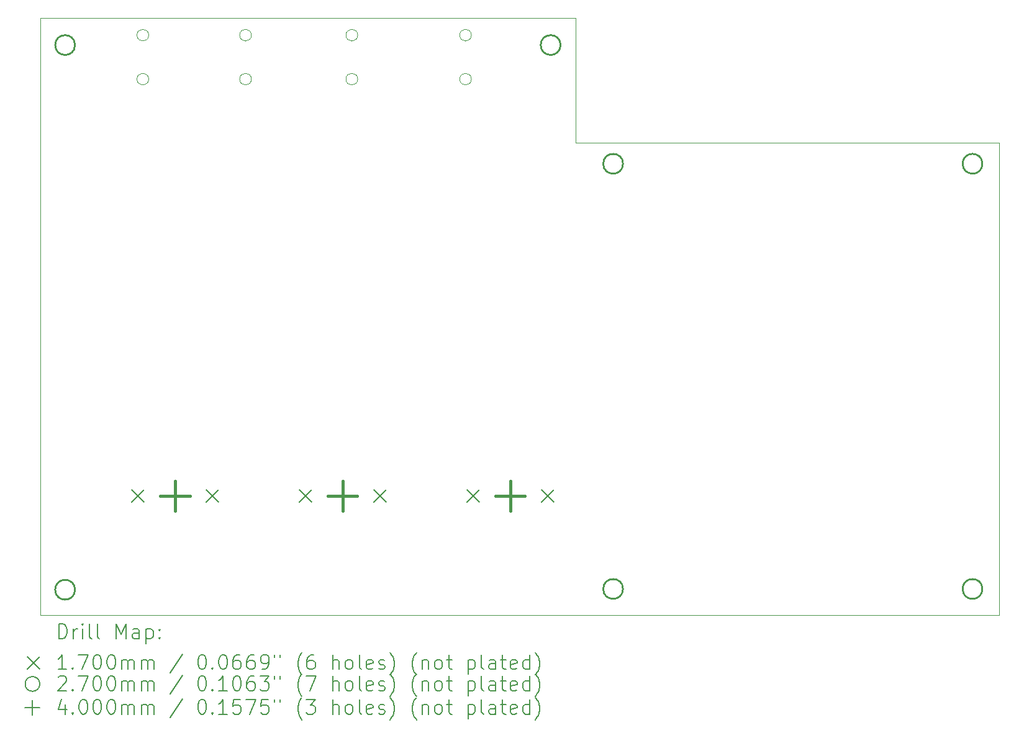
<source format=gbr>
%TF.GenerationSoftware,KiCad,Pcbnew,8.0.1*%
%TF.CreationDate,2025-03-27T22:51:32-07:00*%
%TF.ProjectId,minidexed,6d696e69-6465-4786-9564-2e6b69636164,rev?*%
%TF.SameCoordinates,Original*%
%TF.FileFunction,Drillmap*%
%TF.FilePolarity,Positive*%
%FSLAX45Y45*%
G04 Gerber Fmt 4.5, Leading zero omitted, Abs format (unit mm)*
G04 Created by KiCad (PCBNEW 8.0.1) date 2025-03-27 22:51:32*
%MOMM*%
%LPD*%
G01*
G04 APERTURE LIST*
%ADD10C,0.100000*%
%ADD11C,0.120000*%
%ADD12C,0.200000*%
%ADD13C,0.170000*%
%ADD14C,0.270000*%
%ADD15C,0.400000*%
G04 APERTURE END LIST*
D10*
X22525000Y-7600000D02*
X22525000Y-14050000D01*
X9450000Y-14050000D02*
X9450000Y-5900000D01*
X16750000Y-7600000D02*
X22525000Y-7600000D01*
X22525000Y-14050000D02*
X9450000Y-14050000D01*
X9450000Y-5900000D02*
X16750000Y-5900000D01*
X16750000Y-5900000D02*
X16750000Y-7600000D01*
D11*
X10930000Y-6735000D02*
G75*
G02*
X10770000Y-6735000I-80000J0D01*
G01*
X10770000Y-6735000D02*
G75*
G02*
X10930000Y-6735000I80000J0D01*
G01*
X10930000Y-6135000D02*
G75*
G02*
X10770000Y-6135000I-80000J0D01*
G01*
X10770000Y-6135000D02*
G75*
G02*
X10930000Y-6135000I80000J0D01*
G01*
X12330000Y-6735000D02*
G75*
G02*
X12170000Y-6735000I-80000J0D01*
G01*
X12170000Y-6735000D02*
G75*
G02*
X12330000Y-6735000I80000J0D01*
G01*
X12330000Y-6135000D02*
G75*
G02*
X12170000Y-6135000I-80000J0D01*
G01*
X12170000Y-6135000D02*
G75*
G02*
X12330000Y-6135000I80000J0D01*
G01*
X13780000Y-6735000D02*
G75*
G02*
X13620000Y-6735000I-80000J0D01*
G01*
X13620000Y-6735000D02*
G75*
G02*
X13780000Y-6735000I80000J0D01*
G01*
X13780000Y-6135000D02*
G75*
G02*
X13620000Y-6135000I-80000J0D01*
G01*
X13620000Y-6135000D02*
G75*
G02*
X13780000Y-6135000I80000J0D01*
G01*
X15330000Y-6135000D02*
G75*
G02*
X15170000Y-6135000I-80000J0D01*
G01*
X15170000Y-6135000D02*
G75*
G02*
X15330000Y-6135000I80000J0D01*
G01*
X15330000Y-6735000D02*
G75*
G02*
X15170000Y-6735000I-80000J0D01*
G01*
X15170000Y-6735000D02*
G75*
G02*
X15330000Y-6735000I80000J0D01*
G01*
D12*
D13*
X10697000Y-12335000D02*
X10867000Y-12505000D01*
X10867000Y-12335000D02*
X10697000Y-12505000D01*
X11713000Y-12335000D02*
X11883000Y-12505000D01*
X11883000Y-12335000D02*
X11713000Y-12505000D01*
X12982000Y-12335000D02*
X13152000Y-12505000D01*
X13152000Y-12335000D02*
X12982000Y-12505000D01*
X13998000Y-12335000D02*
X14168000Y-12505000D01*
X14168000Y-12335000D02*
X13998000Y-12505000D01*
X15267000Y-12335000D02*
X15437000Y-12505000D01*
X15437000Y-12335000D02*
X15267000Y-12505000D01*
X16283000Y-12335000D02*
X16453000Y-12505000D01*
X16453000Y-12335000D02*
X16283000Y-12505000D01*
D14*
X9925000Y-6270000D02*
G75*
G02*
X9655000Y-6270000I-135000J0D01*
G01*
X9655000Y-6270000D02*
G75*
G02*
X9925000Y-6270000I135000J0D01*
G01*
X9925000Y-13700000D02*
G75*
G02*
X9655000Y-13700000I-135000J0D01*
G01*
X9655000Y-13700000D02*
G75*
G02*
X9925000Y-13700000I135000J0D01*
G01*
X16545000Y-6270000D02*
G75*
G02*
X16275000Y-6270000I-135000J0D01*
G01*
X16275000Y-6270000D02*
G75*
G02*
X16545000Y-6270000I135000J0D01*
G01*
X17396840Y-7889240D02*
G75*
G02*
X17126840Y-7889240I-135000J0D01*
G01*
X17126840Y-7889240D02*
G75*
G02*
X17396840Y-7889240I135000J0D01*
G01*
X17396840Y-13689240D02*
G75*
G02*
X17126840Y-13689240I-135000J0D01*
G01*
X17126840Y-13689240D02*
G75*
G02*
X17396840Y-13689240I135000J0D01*
G01*
X22296840Y-7889240D02*
G75*
G02*
X22026840Y-7889240I-135000J0D01*
G01*
X22026840Y-7889240D02*
G75*
G02*
X22296840Y-7889240I135000J0D01*
G01*
X22296840Y-13689240D02*
G75*
G02*
X22026840Y-13689240I-135000J0D01*
G01*
X22026840Y-13689240D02*
G75*
G02*
X22296840Y-13689240I135000J0D01*
G01*
D15*
X11290000Y-12220000D02*
X11290000Y-12620000D01*
X11090000Y-12420000D02*
X11490000Y-12420000D01*
X13575000Y-12220000D02*
X13575000Y-12620000D01*
X13375000Y-12420000D02*
X13775000Y-12420000D01*
X15860000Y-12220000D02*
X15860000Y-12620000D01*
X15660000Y-12420000D02*
X16060000Y-12420000D01*
D12*
X9705777Y-14366484D02*
X9705777Y-14166484D01*
X9705777Y-14166484D02*
X9753396Y-14166484D01*
X9753396Y-14166484D02*
X9781967Y-14176008D01*
X9781967Y-14176008D02*
X9801015Y-14195055D01*
X9801015Y-14195055D02*
X9810539Y-14214103D01*
X9810539Y-14214103D02*
X9820063Y-14252198D01*
X9820063Y-14252198D02*
X9820063Y-14280769D01*
X9820063Y-14280769D02*
X9810539Y-14318865D01*
X9810539Y-14318865D02*
X9801015Y-14337912D01*
X9801015Y-14337912D02*
X9781967Y-14356960D01*
X9781967Y-14356960D02*
X9753396Y-14366484D01*
X9753396Y-14366484D02*
X9705777Y-14366484D01*
X9905777Y-14366484D02*
X9905777Y-14233150D01*
X9905777Y-14271246D02*
X9915301Y-14252198D01*
X9915301Y-14252198D02*
X9924824Y-14242674D01*
X9924824Y-14242674D02*
X9943872Y-14233150D01*
X9943872Y-14233150D02*
X9962920Y-14233150D01*
X10029586Y-14366484D02*
X10029586Y-14233150D01*
X10029586Y-14166484D02*
X10020063Y-14176008D01*
X10020063Y-14176008D02*
X10029586Y-14185531D01*
X10029586Y-14185531D02*
X10039110Y-14176008D01*
X10039110Y-14176008D02*
X10029586Y-14166484D01*
X10029586Y-14166484D02*
X10029586Y-14185531D01*
X10153396Y-14366484D02*
X10134348Y-14356960D01*
X10134348Y-14356960D02*
X10124824Y-14337912D01*
X10124824Y-14337912D02*
X10124824Y-14166484D01*
X10258158Y-14366484D02*
X10239110Y-14356960D01*
X10239110Y-14356960D02*
X10229586Y-14337912D01*
X10229586Y-14337912D02*
X10229586Y-14166484D01*
X10486729Y-14366484D02*
X10486729Y-14166484D01*
X10486729Y-14166484D02*
X10553396Y-14309341D01*
X10553396Y-14309341D02*
X10620063Y-14166484D01*
X10620063Y-14166484D02*
X10620063Y-14366484D01*
X10801015Y-14366484D02*
X10801015Y-14261722D01*
X10801015Y-14261722D02*
X10791491Y-14242674D01*
X10791491Y-14242674D02*
X10772444Y-14233150D01*
X10772444Y-14233150D02*
X10734348Y-14233150D01*
X10734348Y-14233150D02*
X10715301Y-14242674D01*
X10801015Y-14356960D02*
X10781967Y-14366484D01*
X10781967Y-14366484D02*
X10734348Y-14366484D01*
X10734348Y-14366484D02*
X10715301Y-14356960D01*
X10715301Y-14356960D02*
X10705777Y-14337912D01*
X10705777Y-14337912D02*
X10705777Y-14318865D01*
X10705777Y-14318865D02*
X10715301Y-14299817D01*
X10715301Y-14299817D02*
X10734348Y-14290293D01*
X10734348Y-14290293D02*
X10781967Y-14290293D01*
X10781967Y-14290293D02*
X10801015Y-14280769D01*
X10896253Y-14233150D02*
X10896253Y-14433150D01*
X10896253Y-14242674D02*
X10915301Y-14233150D01*
X10915301Y-14233150D02*
X10953396Y-14233150D01*
X10953396Y-14233150D02*
X10972444Y-14242674D01*
X10972444Y-14242674D02*
X10981967Y-14252198D01*
X10981967Y-14252198D02*
X10991491Y-14271246D01*
X10991491Y-14271246D02*
X10991491Y-14328388D01*
X10991491Y-14328388D02*
X10981967Y-14347436D01*
X10981967Y-14347436D02*
X10972444Y-14356960D01*
X10972444Y-14356960D02*
X10953396Y-14366484D01*
X10953396Y-14366484D02*
X10915301Y-14366484D01*
X10915301Y-14366484D02*
X10896253Y-14356960D01*
X11077205Y-14347436D02*
X11086729Y-14356960D01*
X11086729Y-14356960D02*
X11077205Y-14366484D01*
X11077205Y-14366484D02*
X11067682Y-14356960D01*
X11067682Y-14356960D02*
X11077205Y-14347436D01*
X11077205Y-14347436D02*
X11077205Y-14366484D01*
X11077205Y-14242674D02*
X11086729Y-14252198D01*
X11086729Y-14252198D02*
X11077205Y-14261722D01*
X11077205Y-14261722D02*
X11067682Y-14252198D01*
X11067682Y-14252198D02*
X11077205Y-14242674D01*
X11077205Y-14242674D02*
X11077205Y-14261722D01*
D13*
X9275000Y-14610000D02*
X9445000Y-14780000D01*
X9445000Y-14610000D02*
X9275000Y-14780000D01*
D12*
X9810539Y-14786484D02*
X9696253Y-14786484D01*
X9753396Y-14786484D02*
X9753396Y-14586484D01*
X9753396Y-14586484D02*
X9734348Y-14615055D01*
X9734348Y-14615055D02*
X9715301Y-14634103D01*
X9715301Y-14634103D02*
X9696253Y-14643627D01*
X9896253Y-14767436D02*
X9905777Y-14776960D01*
X9905777Y-14776960D02*
X9896253Y-14786484D01*
X9896253Y-14786484D02*
X9886729Y-14776960D01*
X9886729Y-14776960D02*
X9896253Y-14767436D01*
X9896253Y-14767436D02*
X9896253Y-14786484D01*
X9972444Y-14586484D02*
X10105777Y-14586484D01*
X10105777Y-14586484D02*
X10020063Y-14786484D01*
X10220063Y-14586484D02*
X10239110Y-14586484D01*
X10239110Y-14586484D02*
X10258158Y-14596008D01*
X10258158Y-14596008D02*
X10267682Y-14605531D01*
X10267682Y-14605531D02*
X10277205Y-14624579D01*
X10277205Y-14624579D02*
X10286729Y-14662674D01*
X10286729Y-14662674D02*
X10286729Y-14710293D01*
X10286729Y-14710293D02*
X10277205Y-14748388D01*
X10277205Y-14748388D02*
X10267682Y-14767436D01*
X10267682Y-14767436D02*
X10258158Y-14776960D01*
X10258158Y-14776960D02*
X10239110Y-14786484D01*
X10239110Y-14786484D02*
X10220063Y-14786484D01*
X10220063Y-14786484D02*
X10201015Y-14776960D01*
X10201015Y-14776960D02*
X10191491Y-14767436D01*
X10191491Y-14767436D02*
X10181967Y-14748388D01*
X10181967Y-14748388D02*
X10172444Y-14710293D01*
X10172444Y-14710293D02*
X10172444Y-14662674D01*
X10172444Y-14662674D02*
X10181967Y-14624579D01*
X10181967Y-14624579D02*
X10191491Y-14605531D01*
X10191491Y-14605531D02*
X10201015Y-14596008D01*
X10201015Y-14596008D02*
X10220063Y-14586484D01*
X10410539Y-14586484D02*
X10429586Y-14586484D01*
X10429586Y-14586484D02*
X10448634Y-14596008D01*
X10448634Y-14596008D02*
X10458158Y-14605531D01*
X10458158Y-14605531D02*
X10467682Y-14624579D01*
X10467682Y-14624579D02*
X10477205Y-14662674D01*
X10477205Y-14662674D02*
X10477205Y-14710293D01*
X10477205Y-14710293D02*
X10467682Y-14748388D01*
X10467682Y-14748388D02*
X10458158Y-14767436D01*
X10458158Y-14767436D02*
X10448634Y-14776960D01*
X10448634Y-14776960D02*
X10429586Y-14786484D01*
X10429586Y-14786484D02*
X10410539Y-14786484D01*
X10410539Y-14786484D02*
X10391491Y-14776960D01*
X10391491Y-14776960D02*
X10381967Y-14767436D01*
X10381967Y-14767436D02*
X10372444Y-14748388D01*
X10372444Y-14748388D02*
X10362920Y-14710293D01*
X10362920Y-14710293D02*
X10362920Y-14662674D01*
X10362920Y-14662674D02*
X10372444Y-14624579D01*
X10372444Y-14624579D02*
X10381967Y-14605531D01*
X10381967Y-14605531D02*
X10391491Y-14596008D01*
X10391491Y-14596008D02*
X10410539Y-14586484D01*
X10562920Y-14786484D02*
X10562920Y-14653150D01*
X10562920Y-14672198D02*
X10572444Y-14662674D01*
X10572444Y-14662674D02*
X10591491Y-14653150D01*
X10591491Y-14653150D02*
X10620063Y-14653150D01*
X10620063Y-14653150D02*
X10639110Y-14662674D01*
X10639110Y-14662674D02*
X10648634Y-14681722D01*
X10648634Y-14681722D02*
X10648634Y-14786484D01*
X10648634Y-14681722D02*
X10658158Y-14662674D01*
X10658158Y-14662674D02*
X10677205Y-14653150D01*
X10677205Y-14653150D02*
X10705777Y-14653150D01*
X10705777Y-14653150D02*
X10724825Y-14662674D01*
X10724825Y-14662674D02*
X10734348Y-14681722D01*
X10734348Y-14681722D02*
X10734348Y-14786484D01*
X10829586Y-14786484D02*
X10829586Y-14653150D01*
X10829586Y-14672198D02*
X10839110Y-14662674D01*
X10839110Y-14662674D02*
X10858158Y-14653150D01*
X10858158Y-14653150D02*
X10886729Y-14653150D01*
X10886729Y-14653150D02*
X10905777Y-14662674D01*
X10905777Y-14662674D02*
X10915301Y-14681722D01*
X10915301Y-14681722D02*
X10915301Y-14786484D01*
X10915301Y-14681722D02*
X10924825Y-14662674D01*
X10924825Y-14662674D02*
X10943872Y-14653150D01*
X10943872Y-14653150D02*
X10972444Y-14653150D01*
X10972444Y-14653150D02*
X10991491Y-14662674D01*
X10991491Y-14662674D02*
X11001015Y-14681722D01*
X11001015Y-14681722D02*
X11001015Y-14786484D01*
X11391491Y-14576960D02*
X11220063Y-14834103D01*
X11648634Y-14586484D02*
X11667682Y-14586484D01*
X11667682Y-14586484D02*
X11686729Y-14596008D01*
X11686729Y-14596008D02*
X11696253Y-14605531D01*
X11696253Y-14605531D02*
X11705777Y-14624579D01*
X11705777Y-14624579D02*
X11715301Y-14662674D01*
X11715301Y-14662674D02*
X11715301Y-14710293D01*
X11715301Y-14710293D02*
X11705777Y-14748388D01*
X11705777Y-14748388D02*
X11696253Y-14767436D01*
X11696253Y-14767436D02*
X11686729Y-14776960D01*
X11686729Y-14776960D02*
X11667682Y-14786484D01*
X11667682Y-14786484D02*
X11648634Y-14786484D01*
X11648634Y-14786484D02*
X11629586Y-14776960D01*
X11629586Y-14776960D02*
X11620063Y-14767436D01*
X11620063Y-14767436D02*
X11610539Y-14748388D01*
X11610539Y-14748388D02*
X11601015Y-14710293D01*
X11601015Y-14710293D02*
X11601015Y-14662674D01*
X11601015Y-14662674D02*
X11610539Y-14624579D01*
X11610539Y-14624579D02*
X11620063Y-14605531D01*
X11620063Y-14605531D02*
X11629586Y-14596008D01*
X11629586Y-14596008D02*
X11648634Y-14586484D01*
X11801015Y-14767436D02*
X11810539Y-14776960D01*
X11810539Y-14776960D02*
X11801015Y-14786484D01*
X11801015Y-14786484D02*
X11791491Y-14776960D01*
X11791491Y-14776960D02*
X11801015Y-14767436D01*
X11801015Y-14767436D02*
X11801015Y-14786484D01*
X11934348Y-14586484D02*
X11953396Y-14586484D01*
X11953396Y-14586484D02*
X11972444Y-14596008D01*
X11972444Y-14596008D02*
X11981967Y-14605531D01*
X11981967Y-14605531D02*
X11991491Y-14624579D01*
X11991491Y-14624579D02*
X12001015Y-14662674D01*
X12001015Y-14662674D02*
X12001015Y-14710293D01*
X12001015Y-14710293D02*
X11991491Y-14748388D01*
X11991491Y-14748388D02*
X11981967Y-14767436D01*
X11981967Y-14767436D02*
X11972444Y-14776960D01*
X11972444Y-14776960D02*
X11953396Y-14786484D01*
X11953396Y-14786484D02*
X11934348Y-14786484D01*
X11934348Y-14786484D02*
X11915301Y-14776960D01*
X11915301Y-14776960D02*
X11905777Y-14767436D01*
X11905777Y-14767436D02*
X11896253Y-14748388D01*
X11896253Y-14748388D02*
X11886729Y-14710293D01*
X11886729Y-14710293D02*
X11886729Y-14662674D01*
X11886729Y-14662674D02*
X11896253Y-14624579D01*
X11896253Y-14624579D02*
X11905777Y-14605531D01*
X11905777Y-14605531D02*
X11915301Y-14596008D01*
X11915301Y-14596008D02*
X11934348Y-14586484D01*
X12172444Y-14586484D02*
X12134348Y-14586484D01*
X12134348Y-14586484D02*
X12115301Y-14596008D01*
X12115301Y-14596008D02*
X12105777Y-14605531D01*
X12105777Y-14605531D02*
X12086729Y-14634103D01*
X12086729Y-14634103D02*
X12077206Y-14672198D01*
X12077206Y-14672198D02*
X12077206Y-14748388D01*
X12077206Y-14748388D02*
X12086729Y-14767436D01*
X12086729Y-14767436D02*
X12096253Y-14776960D01*
X12096253Y-14776960D02*
X12115301Y-14786484D01*
X12115301Y-14786484D02*
X12153396Y-14786484D01*
X12153396Y-14786484D02*
X12172444Y-14776960D01*
X12172444Y-14776960D02*
X12181967Y-14767436D01*
X12181967Y-14767436D02*
X12191491Y-14748388D01*
X12191491Y-14748388D02*
X12191491Y-14700769D01*
X12191491Y-14700769D02*
X12181967Y-14681722D01*
X12181967Y-14681722D02*
X12172444Y-14672198D01*
X12172444Y-14672198D02*
X12153396Y-14662674D01*
X12153396Y-14662674D02*
X12115301Y-14662674D01*
X12115301Y-14662674D02*
X12096253Y-14672198D01*
X12096253Y-14672198D02*
X12086729Y-14681722D01*
X12086729Y-14681722D02*
X12077206Y-14700769D01*
X12362920Y-14586484D02*
X12324825Y-14586484D01*
X12324825Y-14586484D02*
X12305777Y-14596008D01*
X12305777Y-14596008D02*
X12296253Y-14605531D01*
X12296253Y-14605531D02*
X12277206Y-14634103D01*
X12277206Y-14634103D02*
X12267682Y-14672198D01*
X12267682Y-14672198D02*
X12267682Y-14748388D01*
X12267682Y-14748388D02*
X12277206Y-14767436D01*
X12277206Y-14767436D02*
X12286729Y-14776960D01*
X12286729Y-14776960D02*
X12305777Y-14786484D01*
X12305777Y-14786484D02*
X12343872Y-14786484D01*
X12343872Y-14786484D02*
X12362920Y-14776960D01*
X12362920Y-14776960D02*
X12372444Y-14767436D01*
X12372444Y-14767436D02*
X12381967Y-14748388D01*
X12381967Y-14748388D02*
X12381967Y-14700769D01*
X12381967Y-14700769D02*
X12372444Y-14681722D01*
X12372444Y-14681722D02*
X12362920Y-14672198D01*
X12362920Y-14672198D02*
X12343872Y-14662674D01*
X12343872Y-14662674D02*
X12305777Y-14662674D01*
X12305777Y-14662674D02*
X12286729Y-14672198D01*
X12286729Y-14672198D02*
X12277206Y-14681722D01*
X12277206Y-14681722D02*
X12267682Y-14700769D01*
X12477206Y-14786484D02*
X12515301Y-14786484D01*
X12515301Y-14786484D02*
X12534348Y-14776960D01*
X12534348Y-14776960D02*
X12543872Y-14767436D01*
X12543872Y-14767436D02*
X12562920Y-14738865D01*
X12562920Y-14738865D02*
X12572444Y-14700769D01*
X12572444Y-14700769D02*
X12572444Y-14624579D01*
X12572444Y-14624579D02*
X12562920Y-14605531D01*
X12562920Y-14605531D02*
X12553396Y-14596008D01*
X12553396Y-14596008D02*
X12534348Y-14586484D01*
X12534348Y-14586484D02*
X12496253Y-14586484D01*
X12496253Y-14586484D02*
X12477206Y-14596008D01*
X12477206Y-14596008D02*
X12467682Y-14605531D01*
X12467682Y-14605531D02*
X12458158Y-14624579D01*
X12458158Y-14624579D02*
X12458158Y-14672198D01*
X12458158Y-14672198D02*
X12467682Y-14691246D01*
X12467682Y-14691246D02*
X12477206Y-14700769D01*
X12477206Y-14700769D02*
X12496253Y-14710293D01*
X12496253Y-14710293D02*
X12534348Y-14710293D01*
X12534348Y-14710293D02*
X12553396Y-14700769D01*
X12553396Y-14700769D02*
X12562920Y-14691246D01*
X12562920Y-14691246D02*
X12572444Y-14672198D01*
X12648634Y-14586484D02*
X12648634Y-14624579D01*
X12724825Y-14586484D02*
X12724825Y-14624579D01*
X13020063Y-14862674D02*
X13010539Y-14853150D01*
X13010539Y-14853150D02*
X12991491Y-14824579D01*
X12991491Y-14824579D02*
X12981968Y-14805531D01*
X12981968Y-14805531D02*
X12972444Y-14776960D01*
X12972444Y-14776960D02*
X12962920Y-14729341D01*
X12962920Y-14729341D02*
X12962920Y-14691246D01*
X12962920Y-14691246D02*
X12972444Y-14643627D01*
X12972444Y-14643627D02*
X12981968Y-14615055D01*
X12981968Y-14615055D02*
X12991491Y-14596008D01*
X12991491Y-14596008D02*
X13010539Y-14567436D01*
X13010539Y-14567436D02*
X13020063Y-14557912D01*
X13181968Y-14586484D02*
X13143872Y-14586484D01*
X13143872Y-14586484D02*
X13124825Y-14596008D01*
X13124825Y-14596008D02*
X13115301Y-14605531D01*
X13115301Y-14605531D02*
X13096253Y-14634103D01*
X13096253Y-14634103D02*
X13086729Y-14672198D01*
X13086729Y-14672198D02*
X13086729Y-14748388D01*
X13086729Y-14748388D02*
X13096253Y-14767436D01*
X13096253Y-14767436D02*
X13105777Y-14776960D01*
X13105777Y-14776960D02*
X13124825Y-14786484D01*
X13124825Y-14786484D02*
X13162920Y-14786484D01*
X13162920Y-14786484D02*
X13181968Y-14776960D01*
X13181968Y-14776960D02*
X13191491Y-14767436D01*
X13191491Y-14767436D02*
X13201015Y-14748388D01*
X13201015Y-14748388D02*
X13201015Y-14700769D01*
X13201015Y-14700769D02*
X13191491Y-14681722D01*
X13191491Y-14681722D02*
X13181968Y-14672198D01*
X13181968Y-14672198D02*
X13162920Y-14662674D01*
X13162920Y-14662674D02*
X13124825Y-14662674D01*
X13124825Y-14662674D02*
X13105777Y-14672198D01*
X13105777Y-14672198D02*
X13096253Y-14681722D01*
X13096253Y-14681722D02*
X13086729Y-14700769D01*
X13439110Y-14786484D02*
X13439110Y-14586484D01*
X13524825Y-14786484D02*
X13524825Y-14681722D01*
X13524825Y-14681722D02*
X13515301Y-14662674D01*
X13515301Y-14662674D02*
X13496253Y-14653150D01*
X13496253Y-14653150D02*
X13467682Y-14653150D01*
X13467682Y-14653150D02*
X13448634Y-14662674D01*
X13448634Y-14662674D02*
X13439110Y-14672198D01*
X13648634Y-14786484D02*
X13629587Y-14776960D01*
X13629587Y-14776960D02*
X13620063Y-14767436D01*
X13620063Y-14767436D02*
X13610539Y-14748388D01*
X13610539Y-14748388D02*
X13610539Y-14691246D01*
X13610539Y-14691246D02*
X13620063Y-14672198D01*
X13620063Y-14672198D02*
X13629587Y-14662674D01*
X13629587Y-14662674D02*
X13648634Y-14653150D01*
X13648634Y-14653150D02*
X13677206Y-14653150D01*
X13677206Y-14653150D02*
X13696253Y-14662674D01*
X13696253Y-14662674D02*
X13705777Y-14672198D01*
X13705777Y-14672198D02*
X13715301Y-14691246D01*
X13715301Y-14691246D02*
X13715301Y-14748388D01*
X13715301Y-14748388D02*
X13705777Y-14767436D01*
X13705777Y-14767436D02*
X13696253Y-14776960D01*
X13696253Y-14776960D02*
X13677206Y-14786484D01*
X13677206Y-14786484D02*
X13648634Y-14786484D01*
X13829587Y-14786484D02*
X13810539Y-14776960D01*
X13810539Y-14776960D02*
X13801015Y-14757912D01*
X13801015Y-14757912D02*
X13801015Y-14586484D01*
X13981968Y-14776960D02*
X13962920Y-14786484D01*
X13962920Y-14786484D02*
X13924825Y-14786484D01*
X13924825Y-14786484D02*
X13905777Y-14776960D01*
X13905777Y-14776960D02*
X13896253Y-14757912D01*
X13896253Y-14757912D02*
X13896253Y-14681722D01*
X13896253Y-14681722D02*
X13905777Y-14662674D01*
X13905777Y-14662674D02*
X13924825Y-14653150D01*
X13924825Y-14653150D02*
X13962920Y-14653150D01*
X13962920Y-14653150D02*
X13981968Y-14662674D01*
X13981968Y-14662674D02*
X13991491Y-14681722D01*
X13991491Y-14681722D02*
X13991491Y-14700769D01*
X13991491Y-14700769D02*
X13896253Y-14719817D01*
X14067682Y-14776960D02*
X14086730Y-14786484D01*
X14086730Y-14786484D02*
X14124825Y-14786484D01*
X14124825Y-14786484D02*
X14143872Y-14776960D01*
X14143872Y-14776960D02*
X14153396Y-14757912D01*
X14153396Y-14757912D02*
X14153396Y-14748388D01*
X14153396Y-14748388D02*
X14143872Y-14729341D01*
X14143872Y-14729341D02*
X14124825Y-14719817D01*
X14124825Y-14719817D02*
X14096253Y-14719817D01*
X14096253Y-14719817D02*
X14077206Y-14710293D01*
X14077206Y-14710293D02*
X14067682Y-14691246D01*
X14067682Y-14691246D02*
X14067682Y-14681722D01*
X14067682Y-14681722D02*
X14077206Y-14662674D01*
X14077206Y-14662674D02*
X14096253Y-14653150D01*
X14096253Y-14653150D02*
X14124825Y-14653150D01*
X14124825Y-14653150D02*
X14143872Y-14662674D01*
X14220063Y-14862674D02*
X14229587Y-14853150D01*
X14229587Y-14853150D02*
X14248634Y-14824579D01*
X14248634Y-14824579D02*
X14258158Y-14805531D01*
X14258158Y-14805531D02*
X14267682Y-14776960D01*
X14267682Y-14776960D02*
X14277206Y-14729341D01*
X14277206Y-14729341D02*
X14277206Y-14691246D01*
X14277206Y-14691246D02*
X14267682Y-14643627D01*
X14267682Y-14643627D02*
X14258158Y-14615055D01*
X14258158Y-14615055D02*
X14248634Y-14596008D01*
X14248634Y-14596008D02*
X14229587Y-14567436D01*
X14229587Y-14567436D02*
X14220063Y-14557912D01*
X14581968Y-14862674D02*
X14572444Y-14853150D01*
X14572444Y-14853150D02*
X14553396Y-14824579D01*
X14553396Y-14824579D02*
X14543872Y-14805531D01*
X14543872Y-14805531D02*
X14534349Y-14776960D01*
X14534349Y-14776960D02*
X14524825Y-14729341D01*
X14524825Y-14729341D02*
X14524825Y-14691246D01*
X14524825Y-14691246D02*
X14534349Y-14643627D01*
X14534349Y-14643627D02*
X14543872Y-14615055D01*
X14543872Y-14615055D02*
X14553396Y-14596008D01*
X14553396Y-14596008D02*
X14572444Y-14567436D01*
X14572444Y-14567436D02*
X14581968Y-14557912D01*
X14658158Y-14653150D02*
X14658158Y-14786484D01*
X14658158Y-14672198D02*
X14667682Y-14662674D01*
X14667682Y-14662674D02*
X14686730Y-14653150D01*
X14686730Y-14653150D02*
X14715301Y-14653150D01*
X14715301Y-14653150D02*
X14734349Y-14662674D01*
X14734349Y-14662674D02*
X14743872Y-14681722D01*
X14743872Y-14681722D02*
X14743872Y-14786484D01*
X14867682Y-14786484D02*
X14848634Y-14776960D01*
X14848634Y-14776960D02*
X14839111Y-14767436D01*
X14839111Y-14767436D02*
X14829587Y-14748388D01*
X14829587Y-14748388D02*
X14829587Y-14691246D01*
X14829587Y-14691246D02*
X14839111Y-14672198D01*
X14839111Y-14672198D02*
X14848634Y-14662674D01*
X14848634Y-14662674D02*
X14867682Y-14653150D01*
X14867682Y-14653150D02*
X14896253Y-14653150D01*
X14896253Y-14653150D02*
X14915301Y-14662674D01*
X14915301Y-14662674D02*
X14924825Y-14672198D01*
X14924825Y-14672198D02*
X14934349Y-14691246D01*
X14934349Y-14691246D02*
X14934349Y-14748388D01*
X14934349Y-14748388D02*
X14924825Y-14767436D01*
X14924825Y-14767436D02*
X14915301Y-14776960D01*
X14915301Y-14776960D02*
X14896253Y-14786484D01*
X14896253Y-14786484D02*
X14867682Y-14786484D01*
X14991492Y-14653150D02*
X15067682Y-14653150D01*
X15020063Y-14586484D02*
X15020063Y-14757912D01*
X15020063Y-14757912D02*
X15029587Y-14776960D01*
X15029587Y-14776960D02*
X15048634Y-14786484D01*
X15048634Y-14786484D02*
X15067682Y-14786484D01*
X15286730Y-14653150D02*
X15286730Y-14853150D01*
X15286730Y-14662674D02*
X15305777Y-14653150D01*
X15305777Y-14653150D02*
X15343873Y-14653150D01*
X15343873Y-14653150D02*
X15362920Y-14662674D01*
X15362920Y-14662674D02*
X15372444Y-14672198D01*
X15372444Y-14672198D02*
X15381968Y-14691246D01*
X15381968Y-14691246D02*
X15381968Y-14748388D01*
X15381968Y-14748388D02*
X15372444Y-14767436D01*
X15372444Y-14767436D02*
X15362920Y-14776960D01*
X15362920Y-14776960D02*
X15343873Y-14786484D01*
X15343873Y-14786484D02*
X15305777Y-14786484D01*
X15305777Y-14786484D02*
X15286730Y-14776960D01*
X15496253Y-14786484D02*
X15477206Y-14776960D01*
X15477206Y-14776960D02*
X15467682Y-14757912D01*
X15467682Y-14757912D02*
X15467682Y-14586484D01*
X15658158Y-14786484D02*
X15658158Y-14681722D01*
X15658158Y-14681722D02*
X15648634Y-14662674D01*
X15648634Y-14662674D02*
X15629587Y-14653150D01*
X15629587Y-14653150D02*
X15591492Y-14653150D01*
X15591492Y-14653150D02*
X15572444Y-14662674D01*
X15658158Y-14776960D02*
X15639111Y-14786484D01*
X15639111Y-14786484D02*
X15591492Y-14786484D01*
X15591492Y-14786484D02*
X15572444Y-14776960D01*
X15572444Y-14776960D02*
X15562920Y-14757912D01*
X15562920Y-14757912D02*
X15562920Y-14738865D01*
X15562920Y-14738865D02*
X15572444Y-14719817D01*
X15572444Y-14719817D02*
X15591492Y-14710293D01*
X15591492Y-14710293D02*
X15639111Y-14710293D01*
X15639111Y-14710293D02*
X15658158Y-14700769D01*
X15724825Y-14653150D02*
X15801015Y-14653150D01*
X15753396Y-14586484D02*
X15753396Y-14757912D01*
X15753396Y-14757912D02*
X15762920Y-14776960D01*
X15762920Y-14776960D02*
X15781968Y-14786484D01*
X15781968Y-14786484D02*
X15801015Y-14786484D01*
X15943873Y-14776960D02*
X15924825Y-14786484D01*
X15924825Y-14786484D02*
X15886730Y-14786484D01*
X15886730Y-14786484D02*
X15867682Y-14776960D01*
X15867682Y-14776960D02*
X15858158Y-14757912D01*
X15858158Y-14757912D02*
X15858158Y-14681722D01*
X15858158Y-14681722D02*
X15867682Y-14662674D01*
X15867682Y-14662674D02*
X15886730Y-14653150D01*
X15886730Y-14653150D02*
X15924825Y-14653150D01*
X15924825Y-14653150D02*
X15943873Y-14662674D01*
X15943873Y-14662674D02*
X15953396Y-14681722D01*
X15953396Y-14681722D02*
X15953396Y-14700769D01*
X15953396Y-14700769D02*
X15858158Y-14719817D01*
X16124825Y-14786484D02*
X16124825Y-14586484D01*
X16124825Y-14776960D02*
X16105777Y-14786484D01*
X16105777Y-14786484D02*
X16067682Y-14786484D01*
X16067682Y-14786484D02*
X16048634Y-14776960D01*
X16048634Y-14776960D02*
X16039111Y-14767436D01*
X16039111Y-14767436D02*
X16029587Y-14748388D01*
X16029587Y-14748388D02*
X16029587Y-14691246D01*
X16029587Y-14691246D02*
X16039111Y-14672198D01*
X16039111Y-14672198D02*
X16048634Y-14662674D01*
X16048634Y-14662674D02*
X16067682Y-14653150D01*
X16067682Y-14653150D02*
X16105777Y-14653150D01*
X16105777Y-14653150D02*
X16124825Y-14662674D01*
X16201015Y-14862674D02*
X16210539Y-14853150D01*
X16210539Y-14853150D02*
X16229587Y-14824579D01*
X16229587Y-14824579D02*
X16239111Y-14805531D01*
X16239111Y-14805531D02*
X16248634Y-14776960D01*
X16248634Y-14776960D02*
X16258158Y-14729341D01*
X16258158Y-14729341D02*
X16258158Y-14691246D01*
X16258158Y-14691246D02*
X16248634Y-14643627D01*
X16248634Y-14643627D02*
X16239111Y-14615055D01*
X16239111Y-14615055D02*
X16229587Y-14596008D01*
X16229587Y-14596008D02*
X16210539Y-14567436D01*
X16210539Y-14567436D02*
X16201015Y-14557912D01*
X9445000Y-14985000D02*
G75*
G02*
X9245000Y-14985000I-100000J0D01*
G01*
X9245000Y-14985000D02*
G75*
G02*
X9445000Y-14985000I100000J0D01*
G01*
X9696253Y-14895531D02*
X9705777Y-14886008D01*
X9705777Y-14886008D02*
X9724824Y-14876484D01*
X9724824Y-14876484D02*
X9772444Y-14876484D01*
X9772444Y-14876484D02*
X9791491Y-14886008D01*
X9791491Y-14886008D02*
X9801015Y-14895531D01*
X9801015Y-14895531D02*
X9810539Y-14914579D01*
X9810539Y-14914579D02*
X9810539Y-14933627D01*
X9810539Y-14933627D02*
X9801015Y-14962198D01*
X9801015Y-14962198D02*
X9686729Y-15076484D01*
X9686729Y-15076484D02*
X9810539Y-15076484D01*
X9896253Y-15057436D02*
X9905777Y-15066960D01*
X9905777Y-15066960D02*
X9896253Y-15076484D01*
X9896253Y-15076484D02*
X9886729Y-15066960D01*
X9886729Y-15066960D02*
X9896253Y-15057436D01*
X9896253Y-15057436D02*
X9896253Y-15076484D01*
X9972444Y-14876484D02*
X10105777Y-14876484D01*
X10105777Y-14876484D02*
X10020063Y-15076484D01*
X10220063Y-14876484D02*
X10239110Y-14876484D01*
X10239110Y-14876484D02*
X10258158Y-14886008D01*
X10258158Y-14886008D02*
X10267682Y-14895531D01*
X10267682Y-14895531D02*
X10277205Y-14914579D01*
X10277205Y-14914579D02*
X10286729Y-14952674D01*
X10286729Y-14952674D02*
X10286729Y-15000293D01*
X10286729Y-15000293D02*
X10277205Y-15038388D01*
X10277205Y-15038388D02*
X10267682Y-15057436D01*
X10267682Y-15057436D02*
X10258158Y-15066960D01*
X10258158Y-15066960D02*
X10239110Y-15076484D01*
X10239110Y-15076484D02*
X10220063Y-15076484D01*
X10220063Y-15076484D02*
X10201015Y-15066960D01*
X10201015Y-15066960D02*
X10191491Y-15057436D01*
X10191491Y-15057436D02*
X10181967Y-15038388D01*
X10181967Y-15038388D02*
X10172444Y-15000293D01*
X10172444Y-15000293D02*
X10172444Y-14952674D01*
X10172444Y-14952674D02*
X10181967Y-14914579D01*
X10181967Y-14914579D02*
X10191491Y-14895531D01*
X10191491Y-14895531D02*
X10201015Y-14886008D01*
X10201015Y-14886008D02*
X10220063Y-14876484D01*
X10410539Y-14876484D02*
X10429586Y-14876484D01*
X10429586Y-14876484D02*
X10448634Y-14886008D01*
X10448634Y-14886008D02*
X10458158Y-14895531D01*
X10458158Y-14895531D02*
X10467682Y-14914579D01*
X10467682Y-14914579D02*
X10477205Y-14952674D01*
X10477205Y-14952674D02*
X10477205Y-15000293D01*
X10477205Y-15000293D02*
X10467682Y-15038388D01*
X10467682Y-15038388D02*
X10458158Y-15057436D01*
X10458158Y-15057436D02*
X10448634Y-15066960D01*
X10448634Y-15066960D02*
X10429586Y-15076484D01*
X10429586Y-15076484D02*
X10410539Y-15076484D01*
X10410539Y-15076484D02*
X10391491Y-15066960D01*
X10391491Y-15066960D02*
X10381967Y-15057436D01*
X10381967Y-15057436D02*
X10372444Y-15038388D01*
X10372444Y-15038388D02*
X10362920Y-15000293D01*
X10362920Y-15000293D02*
X10362920Y-14952674D01*
X10362920Y-14952674D02*
X10372444Y-14914579D01*
X10372444Y-14914579D02*
X10381967Y-14895531D01*
X10381967Y-14895531D02*
X10391491Y-14886008D01*
X10391491Y-14886008D02*
X10410539Y-14876484D01*
X10562920Y-15076484D02*
X10562920Y-14943150D01*
X10562920Y-14962198D02*
X10572444Y-14952674D01*
X10572444Y-14952674D02*
X10591491Y-14943150D01*
X10591491Y-14943150D02*
X10620063Y-14943150D01*
X10620063Y-14943150D02*
X10639110Y-14952674D01*
X10639110Y-14952674D02*
X10648634Y-14971722D01*
X10648634Y-14971722D02*
X10648634Y-15076484D01*
X10648634Y-14971722D02*
X10658158Y-14952674D01*
X10658158Y-14952674D02*
X10677205Y-14943150D01*
X10677205Y-14943150D02*
X10705777Y-14943150D01*
X10705777Y-14943150D02*
X10724825Y-14952674D01*
X10724825Y-14952674D02*
X10734348Y-14971722D01*
X10734348Y-14971722D02*
X10734348Y-15076484D01*
X10829586Y-15076484D02*
X10829586Y-14943150D01*
X10829586Y-14962198D02*
X10839110Y-14952674D01*
X10839110Y-14952674D02*
X10858158Y-14943150D01*
X10858158Y-14943150D02*
X10886729Y-14943150D01*
X10886729Y-14943150D02*
X10905777Y-14952674D01*
X10905777Y-14952674D02*
X10915301Y-14971722D01*
X10915301Y-14971722D02*
X10915301Y-15076484D01*
X10915301Y-14971722D02*
X10924825Y-14952674D01*
X10924825Y-14952674D02*
X10943872Y-14943150D01*
X10943872Y-14943150D02*
X10972444Y-14943150D01*
X10972444Y-14943150D02*
X10991491Y-14952674D01*
X10991491Y-14952674D02*
X11001015Y-14971722D01*
X11001015Y-14971722D02*
X11001015Y-15076484D01*
X11391491Y-14866960D02*
X11220063Y-15124103D01*
X11648634Y-14876484D02*
X11667682Y-14876484D01*
X11667682Y-14876484D02*
X11686729Y-14886008D01*
X11686729Y-14886008D02*
X11696253Y-14895531D01*
X11696253Y-14895531D02*
X11705777Y-14914579D01*
X11705777Y-14914579D02*
X11715301Y-14952674D01*
X11715301Y-14952674D02*
X11715301Y-15000293D01*
X11715301Y-15000293D02*
X11705777Y-15038388D01*
X11705777Y-15038388D02*
X11696253Y-15057436D01*
X11696253Y-15057436D02*
X11686729Y-15066960D01*
X11686729Y-15066960D02*
X11667682Y-15076484D01*
X11667682Y-15076484D02*
X11648634Y-15076484D01*
X11648634Y-15076484D02*
X11629586Y-15066960D01*
X11629586Y-15066960D02*
X11620063Y-15057436D01*
X11620063Y-15057436D02*
X11610539Y-15038388D01*
X11610539Y-15038388D02*
X11601015Y-15000293D01*
X11601015Y-15000293D02*
X11601015Y-14952674D01*
X11601015Y-14952674D02*
X11610539Y-14914579D01*
X11610539Y-14914579D02*
X11620063Y-14895531D01*
X11620063Y-14895531D02*
X11629586Y-14886008D01*
X11629586Y-14886008D02*
X11648634Y-14876484D01*
X11801015Y-15057436D02*
X11810539Y-15066960D01*
X11810539Y-15066960D02*
X11801015Y-15076484D01*
X11801015Y-15076484D02*
X11791491Y-15066960D01*
X11791491Y-15066960D02*
X11801015Y-15057436D01*
X11801015Y-15057436D02*
X11801015Y-15076484D01*
X12001015Y-15076484D02*
X11886729Y-15076484D01*
X11943872Y-15076484D02*
X11943872Y-14876484D01*
X11943872Y-14876484D02*
X11924825Y-14905055D01*
X11924825Y-14905055D02*
X11905777Y-14924103D01*
X11905777Y-14924103D02*
X11886729Y-14933627D01*
X12124825Y-14876484D02*
X12143872Y-14876484D01*
X12143872Y-14876484D02*
X12162920Y-14886008D01*
X12162920Y-14886008D02*
X12172444Y-14895531D01*
X12172444Y-14895531D02*
X12181967Y-14914579D01*
X12181967Y-14914579D02*
X12191491Y-14952674D01*
X12191491Y-14952674D02*
X12191491Y-15000293D01*
X12191491Y-15000293D02*
X12181967Y-15038388D01*
X12181967Y-15038388D02*
X12172444Y-15057436D01*
X12172444Y-15057436D02*
X12162920Y-15066960D01*
X12162920Y-15066960D02*
X12143872Y-15076484D01*
X12143872Y-15076484D02*
X12124825Y-15076484D01*
X12124825Y-15076484D02*
X12105777Y-15066960D01*
X12105777Y-15066960D02*
X12096253Y-15057436D01*
X12096253Y-15057436D02*
X12086729Y-15038388D01*
X12086729Y-15038388D02*
X12077206Y-15000293D01*
X12077206Y-15000293D02*
X12077206Y-14952674D01*
X12077206Y-14952674D02*
X12086729Y-14914579D01*
X12086729Y-14914579D02*
X12096253Y-14895531D01*
X12096253Y-14895531D02*
X12105777Y-14886008D01*
X12105777Y-14886008D02*
X12124825Y-14876484D01*
X12362920Y-14876484D02*
X12324825Y-14876484D01*
X12324825Y-14876484D02*
X12305777Y-14886008D01*
X12305777Y-14886008D02*
X12296253Y-14895531D01*
X12296253Y-14895531D02*
X12277206Y-14924103D01*
X12277206Y-14924103D02*
X12267682Y-14962198D01*
X12267682Y-14962198D02*
X12267682Y-15038388D01*
X12267682Y-15038388D02*
X12277206Y-15057436D01*
X12277206Y-15057436D02*
X12286729Y-15066960D01*
X12286729Y-15066960D02*
X12305777Y-15076484D01*
X12305777Y-15076484D02*
X12343872Y-15076484D01*
X12343872Y-15076484D02*
X12362920Y-15066960D01*
X12362920Y-15066960D02*
X12372444Y-15057436D01*
X12372444Y-15057436D02*
X12381967Y-15038388D01*
X12381967Y-15038388D02*
X12381967Y-14990769D01*
X12381967Y-14990769D02*
X12372444Y-14971722D01*
X12372444Y-14971722D02*
X12362920Y-14962198D01*
X12362920Y-14962198D02*
X12343872Y-14952674D01*
X12343872Y-14952674D02*
X12305777Y-14952674D01*
X12305777Y-14952674D02*
X12286729Y-14962198D01*
X12286729Y-14962198D02*
X12277206Y-14971722D01*
X12277206Y-14971722D02*
X12267682Y-14990769D01*
X12448634Y-14876484D02*
X12572444Y-14876484D01*
X12572444Y-14876484D02*
X12505777Y-14952674D01*
X12505777Y-14952674D02*
X12534348Y-14952674D01*
X12534348Y-14952674D02*
X12553396Y-14962198D01*
X12553396Y-14962198D02*
X12562920Y-14971722D01*
X12562920Y-14971722D02*
X12572444Y-14990769D01*
X12572444Y-14990769D02*
X12572444Y-15038388D01*
X12572444Y-15038388D02*
X12562920Y-15057436D01*
X12562920Y-15057436D02*
X12553396Y-15066960D01*
X12553396Y-15066960D02*
X12534348Y-15076484D01*
X12534348Y-15076484D02*
X12477206Y-15076484D01*
X12477206Y-15076484D02*
X12458158Y-15066960D01*
X12458158Y-15066960D02*
X12448634Y-15057436D01*
X12648634Y-14876484D02*
X12648634Y-14914579D01*
X12724825Y-14876484D02*
X12724825Y-14914579D01*
X13020063Y-15152674D02*
X13010539Y-15143150D01*
X13010539Y-15143150D02*
X12991491Y-15114579D01*
X12991491Y-15114579D02*
X12981968Y-15095531D01*
X12981968Y-15095531D02*
X12972444Y-15066960D01*
X12972444Y-15066960D02*
X12962920Y-15019341D01*
X12962920Y-15019341D02*
X12962920Y-14981246D01*
X12962920Y-14981246D02*
X12972444Y-14933627D01*
X12972444Y-14933627D02*
X12981968Y-14905055D01*
X12981968Y-14905055D02*
X12991491Y-14886008D01*
X12991491Y-14886008D02*
X13010539Y-14857436D01*
X13010539Y-14857436D02*
X13020063Y-14847912D01*
X13077206Y-14876484D02*
X13210539Y-14876484D01*
X13210539Y-14876484D02*
X13124825Y-15076484D01*
X13439110Y-15076484D02*
X13439110Y-14876484D01*
X13524825Y-15076484D02*
X13524825Y-14971722D01*
X13524825Y-14971722D02*
X13515301Y-14952674D01*
X13515301Y-14952674D02*
X13496253Y-14943150D01*
X13496253Y-14943150D02*
X13467682Y-14943150D01*
X13467682Y-14943150D02*
X13448634Y-14952674D01*
X13448634Y-14952674D02*
X13439110Y-14962198D01*
X13648634Y-15076484D02*
X13629587Y-15066960D01*
X13629587Y-15066960D02*
X13620063Y-15057436D01*
X13620063Y-15057436D02*
X13610539Y-15038388D01*
X13610539Y-15038388D02*
X13610539Y-14981246D01*
X13610539Y-14981246D02*
X13620063Y-14962198D01*
X13620063Y-14962198D02*
X13629587Y-14952674D01*
X13629587Y-14952674D02*
X13648634Y-14943150D01*
X13648634Y-14943150D02*
X13677206Y-14943150D01*
X13677206Y-14943150D02*
X13696253Y-14952674D01*
X13696253Y-14952674D02*
X13705777Y-14962198D01*
X13705777Y-14962198D02*
X13715301Y-14981246D01*
X13715301Y-14981246D02*
X13715301Y-15038388D01*
X13715301Y-15038388D02*
X13705777Y-15057436D01*
X13705777Y-15057436D02*
X13696253Y-15066960D01*
X13696253Y-15066960D02*
X13677206Y-15076484D01*
X13677206Y-15076484D02*
X13648634Y-15076484D01*
X13829587Y-15076484D02*
X13810539Y-15066960D01*
X13810539Y-15066960D02*
X13801015Y-15047912D01*
X13801015Y-15047912D02*
X13801015Y-14876484D01*
X13981968Y-15066960D02*
X13962920Y-15076484D01*
X13962920Y-15076484D02*
X13924825Y-15076484D01*
X13924825Y-15076484D02*
X13905777Y-15066960D01*
X13905777Y-15066960D02*
X13896253Y-15047912D01*
X13896253Y-15047912D02*
X13896253Y-14971722D01*
X13896253Y-14971722D02*
X13905777Y-14952674D01*
X13905777Y-14952674D02*
X13924825Y-14943150D01*
X13924825Y-14943150D02*
X13962920Y-14943150D01*
X13962920Y-14943150D02*
X13981968Y-14952674D01*
X13981968Y-14952674D02*
X13991491Y-14971722D01*
X13991491Y-14971722D02*
X13991491Y-14990769D01*
X13991491Y-14990769D02*
X13896253Y-15009817D01*
X14067682Y-15066960D02*
X14086730Y-15076484D01*
X14086730Y-15076484D02*
X14124825Y-15076484D01*
X14124825Y-15076484D02*
X14143872Y-15066960D01*
X14143872Y-15066960D02*
X14153396Y-15047912D01*
X14153396Y-15047912D02*
X14153396Y-15038388D01*
X14153396Y-15038388D02*
X14143872Y-15019341D01*
X14143872Y-15019341D02*
X14124825Y-15009817D01*
X14124825Y-15009817D02*
X14096253Y-15009817D01*
X14096253Y-15009817D02*
X14077206Y-15000293D01*
X14077206Y-15000293D02*
X14067682Y-14981246D01*
X14067682Y-14981246D02*
X14067682Y-14971722D01*
X14067682Y-14971722D02*
X14077206Y-14952674D01*
X14077206Y-14952674D02*
X14096253Y-14943150D01*
X14096253Y-14943150D02*
X14124825Y-14943150D01*
X14124825Y-14943150D02*
X14143872Y-14952674D01*
X14220063Y-15152674D02*
X14229587Y-15143150D01*
X14229587Y-15143150D02*
X14248634Y-15114579D01*
X14248634Y-15114579D02*
X14258158Y-15095531D01*
X14258158Y-15095531D02*
X14267682Y-15066960D01*
X14267682Y-15066960D02*
X14277206Y-15019341D01*
X14277206Y-15019341D02*
X14277206Y-14981246D01*
X14277206Y-14981246D02*
X14267682Y-14933627D01*
X14267682Y-14933627D02*
X14258158Y-14905055D01*
X14258158Y-14905055D02*
X14248634Y-14886008D01*
X14248634Y-14886008D02*
X14229587Y-14857436D01*
X14229587Y-14857436D02*
X14220063Y-14847912D01*
X14581968Y-15152674D02*
X14572444Y-15143150D01*
X14572444Y-15143150D02*
X14553396Y-15114579D01*
X14553396Y-15114579D02*
X14543872Y-15095531D01*
X14543872Y-15095531D02*
X14534349Y-15066960D01*
X14534349Y-15066960D02*
X14524825Y-15019341D01*
X14524825Y-15019341D02*
X14524825Y-14981246D01*
X14524825Y-14981246D02*
X14534349Y-14933627D01*
X14534349Y-14933627D02*
X14543872Y-14905055D01*
X14543872Y-14905055D02*
X14553396Y-14886008D01*
X14553396Y-14886008D02*
X14572444Y-14857436D01*
X14572444Y-14857436D02*
X14581968Y-14847912D01*
X14658158Y-14943150D02*
X14658158Y-15076484D01*
X14658158Y-14962198D02*
X14667682Y-14952674D01*
X14667682Y-14952674D02*
X14686730Y-14943150D01*
X14686730Y-14943150D02*
X14715301Y-14943150D01*
X14715301Y-14943150D02*
X14734349Y-14952674D01*
X14734349Y-14952674D02*
X14743872Y-14971722D01*
X14743872Y-14971722D02*
X14743872Y-15076484D01*
X14867682Y-15076484D02*
X14848634Y-15066960D01*
X14848634Y-15066960D02*
X14839111Y-15057436D01*
X14839111Y-15057436D02*
X14829587Y-15038388D01*
X14829587Y-15038388D02*
X14829587Y-14981246D01*
X14829587Y-14981246D02*
X14839111Y-14962198D01*
X14839111Y-14962198D02*
X14848634Y-14952674D01*
X14848634Y-14952674D02*
X14867682Y-14943150D01*
X14867682Y-14943150D02*
X14896253Y-14943150D01*
X14896253Y-14943150D02*
X14915301Y-14952674D01*
X14915301Y-14952674D02*
X14924825Y-14962198D01*
X14924825Y-14962198D02*
X14934349Y-14981246D01*
X14934349Y-14981246D02*
X14934349Y-15038388D01*
X14934349Y-15038388D02*
X14924825Y-15057436D01*
X14924825Y-15057436D02*
X14915301Y-15066960D01*
X14915301Y-15066960D02*
X14896253Y-15076484D01*
X14896253Y-15076484D02*
X14867682Y-15076484D01*
X14991492Y-14943150D02*
X15067682Y-14943150D01*
X15020063Y-14876484D02*
X15020063Y-15047912D01*
X15020063Y-15047912D02*
X15029587Y-15066960D01*
X15029587Y-15066960D02*
X15048634Y-15076484D01*
X15048634Y-15076484D02*
X15067682Y-15076484D01*
X15286730Y-14943150D02*
X15286730Y-15143150D01*
X15286730Y-14952674D02*
X15305777Y-14943150D01*
X15305777Y-14943150D02*
X15343873Y-14943150D01*
X15343873Y-14943150D02*
X15362920Y-14952674D01*
X15362920Y-14952674D02*
X15372444Y-14962198D01*
X15372444Y-14962198D02*
X15381968Y-14981246D01*
X15381968Y-14981246D02*
X15381968Y-15038388D01*
X15381968Y-15038388D02*
X15372444Y-15057436D01*
X15372444Y-15057436D02*
X15362920Y-15066960D01*
X15362920Y-15066960D02*
X15343873Y-15076484D01*
X15343873Y-15076484D02*
X15305777Y-15076484D01*
X15305777Y-15076484D02*
X15286730Y-15066960D01*
X15496253Y-15076484D02*
X15477206Y-15066960D01*
X15477206Y-15066960D02*
X15467682Y-15047912D01*
X15467682Y-15047912D02*
X15467682Y-14876484D01*
X15658158Y-15076484D02*
X15658158Y-14971722D01*
X15658158Y-14971722D02*
X15648634Y-14952674D01*
X15648634Y-14952674D02*
X15629587Y-14943150D01*
X15629587Y-14943150D02*
X15591492Y-14943150D01*
X15591492Y-14943150D02*
X15572444Y-14952674D01*
X15658158Y-15066960D02*
X15639111Y-15076484D01*
X15639111Y-15076484D02*
X15591492Y-15076484D01*
X15591492Y-15076484D02*
X15572444Y-15066960D01*
X15572444Y-15066960D02*
X15562920Y-15047912D01*
X15562920Y-15047912D02*
X15562920Y-15028865D01*
X15562920Y-15028865D02*
X15572444Y-15009817D01*
X15572444Y-15009817D02*
X15591492Y-15000293D01*
X15591492Y-15000293D02*
X15639111Y-15000293D01*
X15639111Y-15000293D02*
X15658158Y-14990769D01*
X15724825Y-14943150D02*
X15801015Y-14943150D01*
X15753396Y-14876484D02*
X15753396Y-15047912D01*
X15753396Y-15047912D02*
X15762920Y-15066960D01*
X15762920Y-15066960D02*
X15781968Y-15076484D01*
X15781968Y-15076484D02*
X15801015Y-15076484D01*
X15943873Y-15066960D02*
X15924825Y-15076484D01*
X15924825Y-15076484D02*
X15886730Y-15076484D01*
X15886730Y-15076484D02*
X15867682Y-15066960D01*
X15867682Y-15066960D02*
X15858158Y-15047912D01*
X15858158Y-15047912D02*
X15858158Y-14971722D01*
X15858158Y-14971722D02*
X15867682Y-14952674D01*
X15867682Y-14952674D02*
X15886730Y-14943150D01*
X15886730Y-14943150D02*
X15924825Y-14943150D01*
X15924825Y-14943150D02*
X15943873Y-14952674D01*
X15943873Y-14952674D02*
X15953396Y-14971722D01*
X15953396Y-14971722D02*
X15953396Y-14990769D01*
X15953396Y-14990769D02*
X15858158Y-15009817D01*
X16124825Y-15076484D02*
X16124825Y-14876484D01*
X16124825Y-15066960D02*
X16105777Y-15076484D01*
X16105777Y-15076484D02*
X16067682Y-15076484D01*
X16067682Y-15076484D02*
X16048634Y-15066960D01*
X16048634Y-15066960D02*
X16039111Y-15057436D01*
X16039111Y-15057436D02*
X16029587Y-15038388D01*
X16029587Y-15038388D02*
X16029587Y-14981246D01*
X16029587Y-14981246D02*
X16039111Y-14962198D01*
X16039111Y-14962198D02*
X16048634Y-14952674D01*
X16048634Y-14952674D02*
X16067682Y-14943150D01*
X16067682Y-14943150D02*
X16105777Y-14943150D01*
X16105777Y-14943150D02*
X16124825Y-14952674D01*
X16201015Y-15152674D02*
X16210539Y-15143150D01*
X16210539Y-15143150D02*
X16229587Y-15114579D01*
X16229587Y-15114579D02*
X16239111Y-15095531D01*
X16239111Y-15095531D02*
X16248634Y-15066960D01*
X16248634Y-15066960D02*
X16258158Y-15019341D01*
X16258158Y-15019341D02*
X16258158Y-14981246D01*
X16258158Y-14981246D02*
X16248634Y-14933627D01*
X16248634Y-14933627D02*
X16239111Y-14905055D01*
X16239111Y-14905055D02*
X16229587Y-14886008D01*
X16229587Y-14886008D02*
X16210539Y-14857436D01*
X16210539Y-14857436D02*
X16201015Y-14847912D01*
X9345000Y-15205000D02*
X9345000Y-15405000D01*
X9245000Y-15305000D02*
X9445000Y-15305000D01*
X9791491Y-15263150D02*
X9791491Y-15396484D01*
X9743872Y-15186960D02*
X9696253Y-15329817D01*
X9696253Y-15329817D02*
X9820063Y-15329817D01*
X9896253Y-15377436D02*
X9905777Y-15386960D01*
X9905777Y-15386960D02*
X9896253Y-15396484D01*
X9896253Y-15396484D02*
X9886729Y-15386960D01*
X9886729Y-15386960D02*
X9896253Y-15377436D01*
X9896253Y-15377436D02*
X9896253Y-15396484D01*
X10029586Y-15196484D02*
X10048634Y-15196484D01*
X10048634Y-15196484D02*
X10067682Y-15206008D01*
X10067682Y-15206008D02*
X10077205Y-15215531D01*
X10077205Y-15215531D02*
X10086729Y-15234579D01*
X10086729Y-15234579D02*
X10096253Y-15272674D01*
X10096253Y-15272674D02*
X10096253Y-15320293D01*
X10096253Y-15320293D02*
X10086729Y-15358388D01*
X10086729Y-15358388D02*
X10077205Y-15377436D01*
X10077205Y-15377436D02*
X10067682Y-15386960D01*
X10067682Y-15386960D02*
X10048634Y-15396484D01*
X10048634Y-15396484D02*
X10029586Y-15396484D01*
X10029586Y-15396484D02*
X10010539Y-15386960D01*
X10010539Y-15386960D02*
X10001015Y-15377436D01*
X10001015Y-15377436D02*
X9991491Y-15358388D01*
X9991491Y-15358388D02*
X9981967Y-15320293D01*
X9981967Y-15320293D02*
X9981967Y-15272674D01*
X9981967Y-15272674D02*
X9991491Y-15234579D01*
X9991491Y-15234579D02*
X10001015Y-15215531D01*
X10001015Y-15215531D02*
X10010539Y-15206008D01*
X10010539Y-15206008D02*
X10029586Y-15196484D01*
X10220063Y-15196484D02*
X10239110Y-15196484D01*
X10239110Y-15196484D02*
X10258158Y-15206008D01*
X10258158Y-15206008D02*
X10267682Y-15215531D01*
X10267682Y-15215531D02*
X10277205Y-15234579D01*
X10277205Y-15234579D02*
X10286729Y-15272674D01*
X10286729Y-15272674D02*
X10286729Y-15320293D01*
X10286729Y-15320293D02*
X10277205Y-15358388D01*
X10277205Y-15358388D02*
X10267682Y-15377436D01*
X10267682Y-15377436D02*
X10258158Y-15386960D01*
X10258158Y-15386960D02*
X10239110Y-15396484D01*
X10239110Y-15396484D02*
X10220063Y-15396484D01*
X10220063Y-15396484D02*
X10201015Y-15386960D01*
X10201015Y-15386960D02*
X10191491Y-15377436D01*
X10191491Y-15377436D02*
X10181967Y-15358388D01*
X10181967Y-15358388D02*
X10172444Y-15320293D01*
X10172444Y-15320293D02*
X10172444Y-15272674D01*
X10172444Y-15272674D02*
X10181967Y-15234579D01*
X10181967Y-15234579D02*
X10191491Y-15215531D01*
X10191491Y-15215531D02*
X10201015Y-15206008D01*
X10201015Y-15206008D02*
X10220063Y-15196484D01*
X10410539Y-15196484D02*
X10429586Y-15196484D01*
X10429586Y-15196484D02*
X10448634Y-15206008D01*
X10448634Y-15206008D02*
X10458158Y-15215531D01*
X10458158Y-15215531D02*
X10467682Y-15234579D01*
X10467682Y-15234579D02*
X10477205Y-15272674D01*
X10477205Y-15272674D02*
X10477205Y-15320293D01*
X10477205Y-15320293D02*
X10467682Y-15358388D01*
X10467682Y-15358388D02*
X10458158Y-15377436D01*
X10458158Y-15377436D02*
X10448634Y-15386960D01*
X10448634Y-15386960D02*
X10429586Y-15396484D01*
X10429586Y-15396484D02*
X10410539Y-15396484D01*
X10410539Y-15396484D02*
X10391491Y-15386960D01*
X10391491Y-15386960D02*
X10381967Y-15377436D01*
X10381967Y-15377436D02*
X10372444Y-15358388D01*
X10372444Y-15358388D02*
X10362920Y-15320293D01*
X10362920Y-15320293D02*
X10362920Y-15272674D01*
X10362920Y-15272674D02*
X10372444Y-15234579D01*
X10372444Y-15234579D02*
X10381967Y-15215531D01*
X10381967Y-15215531D02*
X10391491Y-15206008D01*
X10391491Y-15206008D02*
X10410539Y-15196484D01*
X10562920Y-15396484D02*
X10562920Y-15263150D01*
X10562920Y-15282198D02*
X10572444Y-15272674D01*
X10572444Y-15272674D02*
X10591491Y-15263150D01*
X10591491Y-15263150D02*
X10620063Y-15263150D01*
X10620063Y-15263150D02*
X10639110Y-15272674D01*
X10639110Y-15272674D02*
X10648634Y-15291722D01*
X10648634Y-15291722D02*
X10648634Y-15396484D01*
X10648634Y-15291722D02*
X10658158Y-15272674D01*
X10658158Y-15272674D02*
X10677205Y-15263150D01*
X10677205Y-15263150D02*
X10705777Y-15263150D01*
X10705777Y-15263150D02*
X10724825Y-15272674D01*
X10724825Y-15272674D02*
X10734348Y-15291722D01*
X10734348Y-15291722D02*
X10734348Y-15396484D01*
X10829586Y-15396484D02*
X10829586Y-15263150D01*
X10829586Y-15282198D02*
X10839110Y-15272674D01*
X10839110Y-15272674D02*
X10858158Y-15263150D01*
X10858158Y-15263150D02*
X10886729Y-15263150D01*
X10886729Y-15263150D02*
X10905777Y-15272674D01*
X10905777Y-15272674D02*
X10915301Y-15291722D01*
X10915301Y-15291722D02*
X10915301Y-15396484D01*
X10915301Y-15291722D02*
X10924825Y-15272674D01*
X10924825Y-15272674D02*
X10943872Y-15263150D01*
X10943872Y-15263150D02*
X10972444Y-15263150D01*
X10972444Y-15263150D02*
X10991491Y-15272674D01*
X10991491Y-15272674D02*
X11001015Y-15291722D01*
X11001015Y-15291722D02*
X11001015Y-15396484D01*
X11391491Y-15186960D02*
X11220063Y-15444103D01*
X11648634Y-15196484D02*
X11667682Y-15196484D01*
X11667682Y-15196484D02*
X11686729Y-15206008D01*
X11686729Y-15206008D02*
X11696253Y-15215531D01*
X11696253Y-15215531D02*
X11705777Y-15234579D01*
X11705777Y-15234579D02*
X11715301Y-15272674D01*
X11715301Y-15272674D02*
X11715301Y-15320293D01*
X11715301Y-15320293D02*
X11705777Y-15358388D01*
X11705777Y-15358388D02*
X11696253Y-15377436D01*
X11696253Y-15377436D02*
X11686729Y-15386960D01*
X11686729Y-15386960D02*
X11667682Y-15396484D01*
X11667682Y-15396484D02*
X11648634Y-15396484D01*
X11648634Y-15396484D02*
X11629586Y-15386960D01*
X11629586Y-15386960D02*
X11620063Y-15377436D01*
X11620063Y-15377436D02*
X11610539Y-15358388D01*
X11610539Y-15358388D02*
X11601015Y-15320293D01*
X11601015Y-15320293D02*
X11601015Y-15272674D01*
X11601015Y-15272674D02*
X11610539Y-15234579D01*
X11610539Y-15234579D02*
X11620063Y-15215531D01*
X11620063Y-15215531D02*
X11629586Y-15206008D01*
X11629586Y-15206008D02*
X11648634Y-15196484D01*
X11801015Y-15377436D02*
X11810539Y-15386960D01*
X11810539Y-15386960D02*
X11801015Y-15396484D01*
X11801015Y-15396484D02*
X11791491Y-15386960D01*
X11791491Y-15386960D02*
X11801015Y-15377436D01*
X11801015Y-15377436D02*
X11801015Y-15396484D01*
X12001015Y-15396484D02*
X11886729Y-15396484D01*
X11943872Y-15396484D02*
X11943872Y-15196484D01*
X11943872Y-15196484D02*
X11924825Y-15225055D01*
X11924825Y-15225055D02*
X11905777Y-15244103D01*
X11905777Y-15244103D02*
X11886729Y-15253627D01*
X12181967Y-15196484D02*
X12086729Y-15196484D01*
X12086729Y-15196484D02*
X12077206Y-15291722D01*
X12077206Y-15291722D02*
X12086729Y-15282198D01*
X12086729Y-15282198D02*
X12105777Y-15272674D01*
X12105777Y-15272674D02*
X12153396Y-15272674D01*
X12153396Y-15272674D02*
X12172444Y-15282198D01*
X12172444Y-15282198D02*
X12181967Y-15291722D01*
X12181967Y-15291722D02*
X12191491Y-15310769D01*
X12191491Y-15310769D02*
X12191491Y-15358388D01*
X12191491Y-15358388D02*
X12181967Y-15377436D01*
X12181967Y-15377436D02*
X12172444Y-15386960D01*
X12172444Y-15386960D02*
X12153396Y-15396484D01*
X12153396Y-15396484D02*
X12105777Y-15396484D01*
X12105777Y-15396484D02*
X12086729Y-15386960D01*
X12086729Y-15386960D02*
X12077206Y-15377436D01*
X12258158Y-15196484D02*
X12391491Y-15196484D01*
X12391491Y-15196484D02*
X12305777Y-15396484D01*
X12562920Y-15196484D02*
X12467682Y-15196484D01*
X12467682Y-15196484D02*
X12458158Y-15291722D01*
X12458158Y-15291722D02*
X12467682Y-15282198D01*
X12467682Y-15282198D02*
X12486729Y-15272674D01*
X12486729Y-15272674D02*
X12534348Y-15272674D01*
X12534348Y-15272674D02*
X12553396Y-15282198D01*
X12553396Y-15282198D02*
X12562920Y-15291722D01*
X12562920Y-15291722D02*
X12572444Y-15310769D01*
X12572444Y-15310769D02*
X12572444Y-15358388D01*
X12572444Y-15358388D02*
X12562920Y-15377436D01*
X12562920Y-15377436D02*
X12553396Y-15386960D01*
X12553396Y-15386960D02*
X12534348Y-15396484D01*
X12534348Y-15396484D02*
X12486729Y-15396484D01*
X12486729Y-15396484D02*
X12467682Y-15386960D01*
X12467682Y-15386960D02*
X12458158Y-15377436D01*
X12648634Y-15196484D02*
X12648634Y-15234579D01*
X12724825Y-15196484D02*
X12724825Y-15234579D01*
X13020063Y-15472674D02*
X13010539Y-15463150D01*
X13010539Y-15463150D02*
X12991491Y-15434579D01*
X12991491Y-15434579D02*
X12981968Y-15415531D01*
X12981968Y-15415531D02*
X12972444Y-15386960D01*
X12972444Y-15386960D02*
X12962920Y-15339341D01*
X12962920Y-15339341D02*
X12962920Y-15301246D01*
X12962920Y-15301246D02*
X12972444Y-15253627D01*
X12972444Y-15253627D02*
X12981968Y-15225055D01*
X12981968Y-15225055D02*
X12991491Y-15206008D01*
X12991491Y-15206008D02*
X13010539Y-15177436D01*
X13010539Y-15177436D02*
X13020063Y-15167912D01*
X13077206Y-15196484D02*
X13201015Y-15196484D01*
X13201015Y-15196484D02*
X13134348Y-15272674D01*
X13134348Y-15272674D02*
X13162920Y-15272674D01*
X13162920Y-15272674D02*
X13181968Y-15282198D01*
X13181968Y-15282198D02*
X13191491Y-15291722D01*
X13191491Y-15291722D02*
X13201015Y-15310769D01*
X13201015Y-15310769D02*
X13201015Y-15358388D01*
X13201015Y-15358388D02*
X13191491Y-15377436D01*
X13191491Y-15377436D02*
X13181968Y-15386960D01*
X13181968Y-15386960D02*
X13162920Y-15396484D01*
X13162920Y-15396484D02*
X13105777Y-15396484D01*
X13105777Y-15396484D02*
X13086729Y-15386960D01*
X13086729Y-15386960D02*
X13077206Y-15377436D01*
X13439110Y-15396484D02*
X13439110Y-15196484D01*
X13524825Y-15396484D02*
X13524825Y-15291722D01*
X13524825Y-15291722D02*
X13515301Y-15272674D01*
X13515301Y-15272674D02*
X13496253Y-15263150D01*
X13496253Y-15263150D02*
X13467682Y-15263150D01*
X13467682Y-15263150D02*
X13448634Y-15272674D01*
X13448634Y-15272674D02*
X13439110Y-15282198D01*
X13648634Y-15396484D02*
X13629587Y-15386960D01*
X13629587Y-15386960D02*
X13620063Y-15377436D01*
X13620063Y-15377436D02*
X13610539Y-15358388D01*
X13610539Y-15358388D02*
X13610539Y-15301246D01*
X13610539Y-15301246D02*
X13620063Y-15282198D01*
X13620063Y-15282198D02*
X13629587Y-15272674D01*
X13629587Y-15272674D02*
X13648634Y-15263150D01*
X13648634Y-15263150D02*
X13677206Y-15263150D01*
X13677206Y-15263150D02*
X13696253Y-15272674D01*
X13696253Y-15272674D02*
X13705777Y-15282198D01*
X13705777Y-15282198D02*
X13715301Y-15301246D01*
X13715301Y-15301246D02*
X13715301Y-15358388D01*
X13715301Y-15358388D02*
X13705777Y-15377436D01*
X13705777Y-15377436D02*
X13696253Y-15386960D01*
X13696253Y-15386960D02*
X13677206Y-15396484D01*
X13677206Y-15396484D02*
X13648634Y-15396484D01*
X13829587Y-15396484D02*
X13810539Y-15386960D01*
X13810539Y-15386960D02*
X13801015Y-15367912D01*
X13801015Y-15367912D02*
X13801015Y-15196484D01*
X13981968Y-15386960D02*
X13962920Y-15396484D01*
X13962920Y-15396484D02*
X13924825Y-15396484D01*
X13924825Y-15396484D02*
X13905777Y-15386960D01*
X13905777Y-15386960D02*
X13896253Y-15367912D01*
X13896253Y-15367912D02*
X13896253Y-15291722D01*
X13896253Y-15291722D02*
X13905777Y-15272674D01*
X13905777Y-15272674D02*
X13924825Y-15263150D01*
X13924825Y-15263150D02*
X13962920Y-15263150D01*
X13962920Y-15263150D02*
X13981968Y-15272674D01*
X13981968Y-15272674D02*
X13991491Y-15291722D01*
X13991491Y-15291722D02*
X13991491Y-15310769D01*
X13991491Y-15310769D02*
X13896253Y-15329817D01*
X14067682Y-15386960D02*
X14086730Y-15396484D01*
X14086730Y-15396484D02*
X14124825Y-15396484D01*
X14124825Y-15396484D02*
X14143872Y-15386960D01*
X14143872Y-15386960D02*
X14153396Y-15367912D01*
X14153396Y-15367912D02*
X14153396Y-15358388D01*
X14153396Y-15358388D02*
X14143872Y-15339341D01*
X14143872Y-15339341D02*
X14124825Y-15329817D01*
X14124825Y-15329817D02*
X14096253Y-15329817D01*
X14096253Y-15329817D02*
X14077206Y-15320293D01*
X14077206Y-15320293D02*
X14067682Y-15301246D01*
X14067682Y-15301246D02*
X14067682Y-15291722D01*
X14067682Y-15291722D02*
X14077206Y-15272674D01*
X14077206Y-15272674D02*
X14096253Y-15263150D01*
X14096253Y-15263150D02*
X14124825Y-15263150D01*
X14124825Y-15263150D02*
X14143872Y-15272674D01*
X14220063Y-15472674D02*
X14229587Y-15463150D01*
X14229587Y-15463150D02*
X14248634Y-15434579D01*
X14248634Y-15434579D02*
X14258158Y-15415531D01*
X14258158Y-15415531D02*
X14267682Y-15386960D01*
X14267682Y-15386960D02*
X14277206Y-15339341D01*
X14277206Y-15339341D02*
X14277206Y-15301246D01*
X14277206Y-15301246D02*
X14267682Y-15253627D01*
X14267682Y-15253627D02*
X14258158Y-15225055D01*
X14258158Y-15225055D02*
X14248634Y-15206008D01*
X14248634Y-15206008D02*
X14229587Y-15177436D01*
X14229587Y-15177436D02*
X14220063Y-15167912D01*
X14581968Y-15472674D02*
X14572444Y-15463150D01*
X14572444Y-15463150D02*
X14553396Y-15434579D01*
X14553396Y-15434579D02*
X14543872Y-15415531D01*
X14543872Y-15415531D02*
X14534349Y-15386960D01*
X14534349Y-15386960D02*
X14524825Y-15339341D01*
X14524825Y-15339341D02*
X14524825Y-15301246D01*
X14524825Y-15301246D02*
X14534349Y-15253627D01*
X14534349Y-15253627D02*
X14543872Y-15225055D01*
X14543872Y-15225055D02*
X14553396Y-15206008D01*
X14553396Y-15206008D02*
X14572444Y-15177436D01*
X14572444Y-15177436D02*
X14581968Y-15167912D01*
X14658158Y-15263150D02*
X14658158Y-15396484D01*
X14658158Y-15282198D02*
X14667682Y-15272674D01*
X14667682Y-15272674D02*
X14686730Y-15263150D01*
X14686730Y-15263150D02*
X14715301Y-15263150D01*
X14715301Y-15263150D02*
X14734349Y-15272674D01*
X14734349Y-15272674D02*
X14743872Y-15291722D01*
X14743872Y-15291722D02*
X14743872Y-15396484D01*
X14867682Y-15396484D02*
X14848634Y-15386960D01*
X14848634Y-15386960D02*
X14839111Y-15377436D01*
X14839111Y-15377436D02*
X14829587Y-15358388D01*
X14829587Y-15358388D02*
X14829587Y-15301246D01*
X14829587Y-15301246D02*
X14839111Y-15282198D01*
X14839111Y-15282198D02*
X14848634Y-15272674D01*
X14848634Y-15272674D02*
X14867682Y-15263150D01*
X14867682Y-15263150D02*
X14896253Y-15263150D01*
X14896253Y-15263150D02*
X14915301Y-15272674D01*
X14915301Y-15272674D02*
X14924825Y-15282198D01*
X14924825Y-15282198D02*
X14934349Y-15301246D01*
X14934349Y-15301246D02*
X14934349Y-15358388D01*
X14934349Y-15358388D02*
X14924825Y-15377436D01*
X14924825Y-15377436D02*
X14915301Y-15386960D01*
X14915301Y-15386960D02*
X14896253Y-15396484D01*
X14896253Y-15396484D02*
X14867682Y-15396484D01*
X14991492Y-15263150D02*
X15067682Y-15263150D01*
X15020063Y-15196484D02*
X15020063Y-15367912D01*
X15020063Y-15367912D02*
X15029587Y-15386960D01*
X15029587Y-15386960D02*
X15048634Y-15396484D01*
X15048634Y-15396484D02*
X15067682Y-15396484D01*
X15286730Y-15263150D02*
X15286730Y-15463150D01*
X15286730Y-15272674D02*
X15305777Y-15263150D01*
X15305777Y-15263150D02*
X15343873Y-15263150D01*
X15343873Y-15263150D02*
X15362920Y-15272674D01*
X15362920Y-15272674D02*
X15372444Y-15282198D01*
X15372444Y-15282198D02*
X15381968Y-15301246D01*
X15381968Y-15301246D02*
X15381968Y-15358388D01*
X15381968Y-15358388D02*
X15372444Y-15377436D01*
X15372444Y-15377436D02*
X15362920Y-15386960D01*
X15362920Y-15386960D02*
X15343873Y-15396484D01*
X15343873Y-15396484D02*
X15305777Y-15396484D01*
X15305777Y-15396484D02*
X15286730Y-15386960D01*
X15496253Y-15396484D02*
X15477206Y-15386960D01*
X15477206Y-15386960D02*
X15467682Y-15367912D01*
X15467682Y-15367912D02*
X15467682Y-15196484D01*
X15658158Y-15396484D02*
X15658158Y-15291722D01*
X15658158Y-15291722D02*
X15648634Y-15272674D01*
X15648634Y-15272674D02*
X15629587Y-15263150D01*
X15629587Y-15263150D02*
X15591492Y-15263150D01*
X15591492Y-15263150D02*
X15572444Y-15272674D01*
X15658158Y-15386960D02*
X15639111Y-15396484D01*
X15639111Y-15396484D02*
X15591492Y-15396484D01*
X15591492Y-15396484D02*
X15572444Y-15386960D01*
X15572444Y-15386960D02*
X15562920Y-15367912D01*
X15562920Y-15367912D02*
X15562920Y-15348865D01*
X15562920Y-15348865D02*
X15572444Y-15329817D01*
X15572444Y-15329817D02*
X15591492Y-15320293D01*
X15591492Y-15320293D02*
X15639111Y-15320293D01*
X15639111Y-15320293D02*
X15658158Y-15310769D01*
X15724825Y-15263150D02*
X15801015Y-15263150D01*
X15753396Y-15196484D02*
X15753396Y-15367912D01*
X15753396Y-15367912D02*
X15762920Y-15386960D01*
X15762920Y-15386960D02*
X15781968Y-15396484D01*
X15781968Y-15396484D02*
X15801015Y-15396484D01*
X15943873Y-15386960D02*
X15924825Y-15396484D01*
X15924825Y-15396484D02*
X15886730Y-15396484D01*
X15886730Y-15396484D02*
X15867682Y-15386960D01*
X15867682Y-15386960D02*
X15858158Y-15367912D01*
X15858158Y-15367912D02*
X15858158Y-15291722D01*
X15858158Y-15291722D02*
X15867682Y-15272674D01*
X15867682Y-15272674D02*
X15886730Y-15263150D01*
X15886730Y-15263150D02*
X15924825Y-15263150D01*
X15924825Y-15263150D02*
X15943873Y-15272674D01*
X15943873Y-15272674D02*
X15953396Y-15291722D01*
X15953396Y-15291722D02*
X15953396Y-15310769D01*
X15953396Y-15310769D02*
X15858158Y-15329817D01*
X16124825Y-15396484D02*
X16124825Y-15196484D01*
X16124825Y-15386960D02*
X16105777Y-15396484D01*
X16105777Y-15396484D02*
X16067682Y-15396484D01*
X16067682Y-15396484D02*
X16048634Y-15386960D01*
X16048634Y-15386960D02*
X16039111Y-15377436D01*
X16039111Y-15377436D02*
X16029587Y-15358388D01*
X16029587Y-15358388D02*
X16029587Y-15301246D01*
X16029587Y-15301246D02*
X16039111Y-15282198D01*
X16039111Y-15282198D02*
X16048634Y-15272674D01*
X16048634Y-15272674D02*
X16067682Y-15263150D01*
X16067682Y-15263150D02*
X16105777Y-15263150D01*
X16105777Y-15263150D02*
X16124825Y-15272674D01*
X16201015Y-15472674D02*
X16210539Y-15463150D01*
X16210539Y-15463150D02*
X16229587Y-15434579D01*
X16229587Y-15434579D02*
X16239111Y-15415531D01*
X16239111Y-15415531D02*
X16248634Y-15386960D01*
X16248634Y-15386960D02*
X16258158Y-15339341D01*
X16258158Y-15339341D02*
X16258158Y-15301246D01*
X16258158Y-15301246D02*
X16248634Y-15253627D01*
X16248634Y-15253627D02*
X16239111Y-15225055D01*
X16239111Y-15225055D02*
X16229587Y-15206008D01*
X16229587Y-15206008D02*
X16210539Y-15177436D01*
X16210539Y-15177436D02*
X16201015Y-15167912D01*
M02*

</source>
